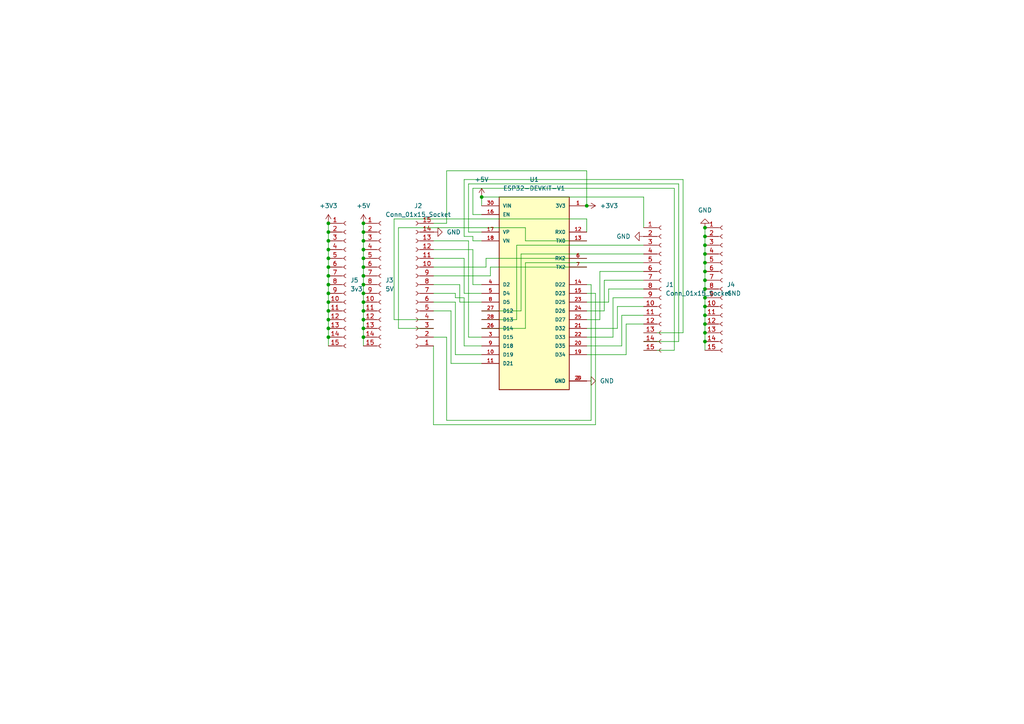
<source format=kicad_sch>
(kicad_sch (version 20231120) (generator "eeschema") (generator_version "8.0")
  (paper "A4")
  (lib_symbols
    (symbol "Connector:Conn_01x15_Socket" (pin_names (offset 1.016) hide)
      (property "Reference" "J" (at 0 20.32 0))
      (property "Value" "Conn_01x15_Socket" (at 0 -20.32 0))
      (symbol "Conn_01x15_Socket_1_1"
        (arc (start 0 -17.272) (mid -0.5058 -17.78) (end 0 -18.288) (stroke (width 0.1524)))
        (arc (start 0 -14.732) (mid -0.5058 -15.24) (end 0 -15.748) (stroke (width 0.1524)))
        (arc (start 0 -12.192) (mid -0.5058 -12.7) (end 0 -13.208) (stroke (width 0.1524)))
        (arc (start 0 -9.652) (mid -0.5058 -10.16) (end 0 -10.668) (stroke (width 0.1524)))
        (arc (start 0 -7.112) (mid -0.5058 -7.62) (end 0 -8.128) (stroke (width 0.1524)))
        (arc (start 0 -4.572) (mid -0.5058 -5.08) (end 0 -5.588) (stroke (width 0.1524)))
        (arc (start 0 -2.032) (mid -0.5058 -2.54) (end 0 -3.048) (stroke (width 0.1524)))
        (polyline (pts (xy -1.27 -17.78) (xy -0.508 -17.78)) (stroke (width 0.1524)))
        (polyline (pts (xy -1.27 -15.24) (xy -0.508 -15.24)) (stroke (width 0.1524)))
        (polyline (pts (xy -1.27 -12.7) (xy -0.508 -12.7)) (stroke (width 0.1524)))
        (polyline (pts (xy -1.27 -10.16) (xy -0.508 -10.16)) (stroke (width 0.1524)))
        (polyline (pts (xy -1.27 -7.62) (xy -0.508 -7.62)) (stroke (width 0.1524)))
        (polyline (pts (xy -1.27 -5.08) (xy -0.508 -5.08)) (stroke (width 0.1524)))
        (polyline (pts (xy -1.27 -2.54) (xy -0.508 -2.54)) (stroke (width 0.1524)))
        (polyline (pts (xy -1.27 0) (xy -0.508 0)) (stroke (width 0.1524)))
        (polyline (pts (xy -1.27 2.54) (xy -0.508 2.54)) (stroke (width 0.1524)))
        (polyline (pts (xy -1.27 5.08) (xy -0.508 5.08)) (stroke (width 0.1524)))
        (polyline (pts (xy -1.27 7.62) (xy -0.508 7.62)) (stroke (width 0.1524)))
        (polyline (pts (xy -1.27 10.16) (xy -0.508 10.16)) (stroke (width 0.1524)))
        (polyline (pts (xy -1.27 12.7) (xy -0.508 12.7)) (stroke (width 0.1524)))
        (polyline (pts (xy -1.27 15.24) (xy -0.508 15.24)) (stroke (width 0.1524)))
        (polyline (pts (xy -1.27 17.78) (xy -0.508 17.78)) (stroke (width 0.1524)))
        (arc (start 0 0.508) (mid -0.5058 0) (end 0 -0.508) (stroke (width 0.1524)))
        (arc (start 0 3.048) (mid -0.5058 2.54) (end 0 2.032) (stroke (width 0.1524)))
        (arc (start 0 5.588) (mid -0.5058 5.08) (end 0 4.572) (stroke (width 0.1524)))
        (arc (start 0 8.128) (mid -0.5058 7.62) (end 0 7.112) (stroke (width 0.1524)))
        (arc (start 0 10.668) (mid -0.5058 10.16) (end 0 9.652) (stroke (width 0.1524)))
        (arc (start 0 13.208) (mid -0.5058 12.7) (end 0 12.192) (stroke (width 0.1524)))
        (arc (start 0 15.748) (mid -0.5058 15.24) (end 0 14.732) (stroke (width 0.1524)))
        (arc (start 0 18.288) (mid -0.5058 17.78) (end 0 17.272) (stroke (width 0.1524)))
        (pin passive line (at -5.08 17.78 0) (length 3.81) (name "Pin_1") (number "1"))
        (pin passive line (at -5.08 -5.08 0) (length 3.81) (name "Pin_10") (number "10"))
        (pin passive line (at -5.08 -7.62 0) (length 3.81) (name "Pin_11") (number "11"))
        (pin passive line (at -5.08 -10.16 0) (length 3.81) (name "Pin_12") (number "12"))
        (pin passive line (at -5.08 -12.7 0) (length 3.81) (name "Pin_13") (number "13"))
        (pin passive line (at -5.08 -15.24 0) (length 3.81) (name "Pin_14") (number "14"))
        (pin passive line (at -5.08 -17.78 0) (length 3.81) (name "Pin_15") (number "15"))
        (pin passive line (at -5.08 15.24 0) (length 3.81) (name "Pin_2") (number "2"))
        (pin passive line (at -5.08 12.7 0) (length 3.81) (name "Pin_3") (number "3"))
        (pin passive line (at -5.08 10.16 0) (length 3.81) (name "Pin_4") (number "4"))
        (pin passive line (at -5.08 7.62 0) (length 3.81) (name "Pin_5") (number "5"))
        (pin passive line (at -5.08 5.08 0) (length 3.81) (name "Pin_6") (number "6"))
        (pin passive line (at -5.08 2.54 0) (length 3.81) (name "Pin_7") (number "7"))
        (pin passive line (at -5.08 0 0) (length 3.81) (name "Pin_8") (number "8"))
        (pin passive line (at -5.08 -2.54 0) (length 3.81) (name "Pin_9") (number "9"))
      )
    )
    (symbol "ESP32-DEVKIT-V1:ESP32-DEVKIT-V1" (pin_names (offset 1.016))
      (property "Reference" "U" (at -10.16 30.48 0))
      (property "Value" "ESP32-DEVKIT-V1" (at -10.16 -30.48 0))
      (symbol "ESP32-DEVKIT-V1_0_0"
        (rectangle (start -10.16 -27.94) (end 10.16 27.94) (stroke (width 0.254)) (fill (type background)))
        (pin output line (at 15.24 25.4 180) (length 5.08) (name "3V3") (number "1"))
        (pin bidirectional line (at -15.24 -17.78 0) (length 5.08) (name "D19") (number "10"))
        (pin bidirectional line (at -15.24 -20.32 0) (length 5.08) (name "D21") (number "11"))
        (pin input line (at 15.24 17.78 180) (length 5.08) (name "RX0") (number "12"))
        (pin output line (at 15.24 15.24 180) (length 5.08) (name "TX0") (number "13"))
        (pin bidirectional line (at 15.24 2.54 180) (length 5.08) (name "D22") (number "14"))
        (pin bidirectional line (at 15.24 0 180) (length 5.08) (name "D23") (number "15"))
        (pin input line (at -15.24 22.86 0) (length 5.08) (name "EN") (number "16"))
        (pin bidirectional line (at -15.24 17.78 0) (length 5.08) (name "VP") (number "17"))
        (pin bidirectional line (at -15.24 15.24 0) (length 5.08) (name "VN") (number "18"))
        (pin bidirectional line (at 15.24 -17.78 180) (length 5.08) (name "D34") (number "19"))
        (pin power_in line (at 15.24 -25.4 180) (length 5.08) (name "GND") (number "2"))
        (pin bidirectional line (at 15.24 -15.24 180) (length 5.08) (name "D35") (number "20"))
        (pin bidirectional line (at 15.24 -10.16 180) (length 5.08) (name "D32") (number "21"))
        (pin bidirectional line (at 15.24 -12.7 180) (length 5.08) (name "D33") (number "22"))
        (pin bidirectional line (at 15.24 -2.54 180) (length 5.08) (name "D25") (number "23"))
        (pin bidirectional line (at 15.24 -5.08 180) (length 5.08) (name "D26") (number "24"))
        (pin bidirectional line (at 15.24 -7.62 180) (length 5.08) (name "D27") (number "25"))
        (pin bidirectional line (at -15.24 -10.16 0) (length 5.08) (name "D14") (number "26"))
        (pin bidirectional line (at -15.24 -5.08 0) (length 5.08) (name "D12") (number "27"))
        (pin bidirectional line (at -15.24 -7.62 0) (length 5.08) (name "D13") (number "28"))
        (pin power_in line (at 15.24 -25.4 180) (length 5.08) (name "GND") (number "29"))
        (pin bidirectional line (at -15.24 -12.7 0) (length 5.08) (name "D15") (number "3"))
        (pin input line (at -15.24 25.4 0) (length 5.08) (name "VIN") (number "30"))
        (pin bidirectional line (at -15.24 2.54 0) (length 5.08) (name "D2") (number "4"))
        (pin bidirectional line (at -15.24 0 0) (length 5.08) (name "D4") (number "5"))
        (pin input line (at 15.24 10.16 180) (length 5.08) (name "RX2") (number "6"))
        (pin output line (at 15.24 7.62 180) (length 5.08) (name "TX2") (number "7"))
        (pin bidirectional line (at -15.24 -2.54 0) (length 5.08) (name "D5") (number "8"))
        (pin bidirectional line (at -15.24 -15.24 0) (length 5.08) (name "D18") (number "9"))
      )
    )
    (symbol "power:+3V3" (power) (pin_numbers hide) (pin_names (offset 0) hide)
      (property "Value" "+3V3" (at 0 3.556 0))
      (symbol "+3V3_0_1"
        (polyline (pts (xy -0.762 1.27) (xy 0 2.54)))
        (polyline (pts (xy 0 0) (xy 0 2.54)))
        (polyline (pts (xy 0 2.54) (xy 0.762 1.27)))
      )
      (symbol "+3V3_1_1"
        (pin power_in line (at 0 0 90) (length 0) (name "~") (number "1"))
      )
    )
    (symbol "power:+5V" (power) (pin_numbers hide) (pin_names (offset 0) hide)
      (property "Value" "+5V" (at 0 3.556 0))
      (symbol "+5V_0_1"
        (polyline (pts (xy -0.762 1.27) (xy 0 2.54)))
        (polyline (pts (xy 0 0) (xy 0 2.54)))
        (polyline (pts (xy 0 2.54) (xy 0.762 1.27)))
      )
      (symbol "+5V_1_1"
        (pin power_in line (at 0 0 90) (length 0) (name "~") (number "1"))
      )
    )
    (symbol "power:GND" (power) (pin_numbers hide) (pin_names (offset 0) hide)
      (property "Value" "GND" (at 0 -3.81 0))
      (symbol "GND_0_1"
        (polyline (pts (xy 0 0) (xy 0 -1.27) (xy 1.27 -1.27) (xy 0 -2.54) (xy -1.27 -1.27) (xy 0 -1.27)))
      )
      (symbol "GND_1_1"
        (pin power_in line (at 0 0 270) (length 0) (name "~") (number "1"))
      )
    )
  )
  (junction (at 204.47 88.9))
  (junction (at 105.41 72.39))
  (junction (at 95.25 74.93))
  (junction (at 95.25 77.47))
  (junction (at 95.25 64.77))
  (junction (at 95.25 72.39))
  (junction (at 95.25 67.31))
  (junction (at 95.25 97.79))
  (junction (at 95.25 80.01))
  (junction (at 204.47 86.36))
  (junction (at 95.25 92.71))
  (junction (at 105.41 67.31))
  (junction (at 105.41 85.09))
  (junction (at 204.47 68.58))
  (junction (at 204.47 78.74))
  (junction (at 105.41 74.93))
  (junction (at 204.47 76.2))
  (junction (at 95.25 90.17))
  (junction (at 105.41 92.71))
  (junction (at 204.47 71.12))
  (junction (at 105.41 95.25))
  (junction (at 105.41 77.47))
  (junction (at 105.41 82.55))
  (junction (at 105.41 87.63))
  (junction (at 204.47 73.66))
  (junction (at 95.25 82.55))
  (junction (at 105.41 69.85))
  (junction (at 105.41 97.79))
  (junction (at 95.25 87.63))
  (junction (at 204.47 99.06))
  (junction (at 95.25 85.09))
  (junction (at 204.47 93.98))
  (junction (at 105.41 80.01))
  (junction (at 204.47 66.04))
  (junction (at 95.25 69.85))
  (junction (at 204.47 91.44))
  (junction (at 170.18 59.69))
  (junction (at 105.41 64.77))
  (junction (at 139.7 57.15))
  (junction (at 95.25 95.25))
  (junction (at 204.47 83.82))
  (junction (at 105.41 90.17))
  (junction (at 204.47 81.28))
  (junction (at 204.47 96.52))
  (wire (pts (xy 149.86 71.12) (xy 186.69 71.12)))
  (wire (pts (xy 137.16 69.85) (xy 137.16 68.58)))
  (wire (pts (xy 95.25 90.17) (xy 95.25 92.71)))
  (wire (pts (xy 204.47 83.82) (xy 204.47 86.36)))
  (wire (pts (xy 196.85 99.06) (xy 186.69 99.06)))
  (wire (pts (xy 134.62 85.09) (xy 134.62 74.93)))
  (wire (pts (xy 137.16 62.23) (xy 137.16 54.61)))
  (wire (pts (xy 180.34 91.44) (xy 186.69 91.44)))
  (wire (pts (xy 130.81 90.17) (xy 125.73 90.17)))
  (wire (pts (xy 105.41 77.47) (xy 105.41 80.01)))
  (wire (pts (xy 179.07 88.9) (xy 186.69 88.9)))
  (wire (pts (xy 176.53 83.82) (xy 186.69 83.82)))
  (wire (pts (xy 105.41 80.01) (xy 105.41 82.55)))
  (wire (pts (xy 204.47 68.58) (xy 204.47 71.12)))
  (wire (pts (xy 135.89 97.79) (xy 135.89 69.85)))
  (wire (pts (xy 204.47 96.52) (xy 204.47 99.06)))
  (wire (pts (xy 132.08 102.87) (xy 132.08 87.63)))
  (wire (pts (xy 95.25 82.55) (xy 95.25 85.09)))
  (wire (pts (xy 105.41 64.77) (xy 105.41 67.31)))
  (wire (pts (xy 105.41 85.09) (xy 105.41 87.63)))
  (wire (pts (xy 95.25 87.63) (xy 95.25 90.17)))
  (wire (pts (xy 95.25 80.01) (xy 95.25 82.55)))
  (wire (pts (xy 170.18 95.25) (xy 179.07 95.25)))
  (wire (pts (xy 137.16 82.55) (xy 137.16 72.39)))
  (wire (pts (xy 139.7 97.79) (xy 135.89 97.79)))
  (wire (pts (xy 132.08 85.09) (xy 125.73 85.09)))
  (wire (pts (xy 195.58 54.61) (xy 195.58 101.6)))
  (wire (pts (xy 134.62 68.58) (xy 134.62 52.07)))
  (wire (pts (xy 139.7 92.71) (xy 149.86 92.71)))
  (wire (pts (xy 170.18 74.93) (xy 140.97 74.93)))
  (wire (pts (xy 204.47 81.28) (xy 204.47 83.82)))
  (wire (pts (xy 139.7 95.25) (xy 152.4 95.25)))
  (wire (pts (xy 204.47 88.9) (xy 204.47 91.44)))
  (wire (pts (xy 129.54 49.53) (xy 129.54 64.77)))
  (wire (pts (xy 139.7 105.41) (xy 130.81 105.41)))
  (wire (pts (xy 139.7 85.09) (xy 134.62 85.09)))
  (wire (pts (xy 142.24 80.01) (xy 125.73 80.01)))
  (wire (pts (xy 134.62 52.07) (xy 198.12 52.07)))
  (wire (pts (xy 105.41 69.85) (xy 105.41 72.39)))
  (wire (pts (xy 172.72 85.09) (xy 172.72 123.19)))
  (wire (pts (xy 196.85 53.34) (xy 196.85 99.06)))
  (wire (pts (xy 135.89 69.85) (xy 125.73 69.85)))
  (wire (pts (xy 134.62 74.93) (xy 125.73 74.93)))
  (wire (pts (xy 139.7 62.23) (xy 137.16 62.23)))
  (wire (pts (xy 95.25 69.85) (xy 95.25 72.39)))
  (wire (pts (xy 140.97 74.93) (xy 140.97 77.47)))
  (wire (pts (xy 105.41 87.63) (xy 105.41 90.17)))
  (wire (pts (xy 175.26 90.17) (xy 175.26 81.28)))
  (wire (pts (xy 204.47 91.44) (xy 204.47 93.98)))
  (wire (pts (xy 152.4 69.85) (xy 152.4 66.04)))
  (wire (pts (xy 95.25 77.47) (xy 95.25 80.01)))
  (wire (pts (xy 132.08 87.63) (xy 125.73 87.63)))
  (wire (pts (xy 130.81 105.41) (xy 130.81 90.17)))
  (wire (pts (xy 125.73 123.19) (xy 125.73 100.33)))
  (wire (pts (xy 135.89 53.34) (xy 196.85 53.34)))
  (wire (pts (xy 115.57 95.25) (xy 125.73 95.25)))
  (wire (pts (xy 137.16 68.58) (xy 134.62 68.58)))
  (wire (pts (xy 134.62 86.36) (xy 132.08 86.36)))
  (wire (pts (xy 149.86 92.71) (xy 149.86 71.12)))
  (wire (pts (xy 170.18 85.09) (xy 172.72 85.09)))
  (wire (pts (xy 170.18 69.85) (xy 152.4 69.85)))
  (wire (pts (xy 170.18 87.63) (xy 176.53 87.63)))
  (wire (pts (xy 137.16 72.39) (xy 125.73 72.39)))
  (wire (pts (xy 115.57 66.04) (xy 115.57 95.25)))
  (wire (pts (xy 173.99 78.74) (xy 186.69 78.74)))
  (wire (pts (xy 95.25 95.25) (xy 95.25 97.79)))
  (wire (pts (xy 139.7 69.85) (xy 137.16 69.85)))
  (wire (pts (xy 105.41 97.79) (xy 105.41 100.33)))
  (wire (pts (xy 171.45 82.55) (xy 171.45 121.92)))
  (wire (pts (xy 105.41 92.71) (xy 105.41 95.25)))
  (wire (pts (xy 133.35 82.55) (xy 125.73 82.55)))
  (wire (pts (xy 177.8 97.79) (xy 177.8 86.36)))
  (wire (pts (xy 173.99 92.71) (xy 173.99 78.74)))
  (wire (pts (xy 105.41 72.39) (xy 105.41 74.93)))
  (wire (pts (xy 139.7 87.63) (xy 133.35 87.63)))
  (wire (pts (xy 170.18 82.55) (xy 171.45 82.55)))
  (wire (pts (xy 129.54 121.92) (xy 129.54 97.79)))
  (wire (pts (xy 152.4 76.2) (xy 186.69 76.2)))
  (wire (pts (xy 170.18 49.53) (xy 129.54 49.53)))
  (wire (pts (xy 95.25 85.09) (xy 95.25 87.63)))
  (wire (pts (xy 139.7 90.17) (xy 151.13 90.17)))
  (wire (pts (xy 181.61 102.87) (xy 181.61 93.98)))
  (wire (pts (xy 139.7 102.87) (xy 132.08 102.87)))
  (wire (pts (xy 114.3 92.71) (xy 125.73 92.71)))
  (wire (pts (xy 139.7 57.15) (xy 186.69 57.15)))
  (wire (pts (xy 204.47 99.06) (xy 204.47 101.6)))
  (wire (pts (xy 139.7 59.69) (xy 139.7 57.15)))
  (wire (pts (xy 152.4 95.25) (xy 152.4 76.2)))
  (wire (pts (xy 172.72 123.19) (xy 125.73 123.19)))
  (wire (pts (xy 105.41 82.55) (xy 105.41 85.09)))
  (wire (pts (xy 129.54 97.79) (xy 125.73 97.79)))
  (wire (pts (xy 204.47 73.66) (xy 204.47 76.2)))
  (wire (pts (xy 171.45 121.92) (xy 129.54 121.92)))
  (wire (pts (xy 170.18 90.17) (xy 175.26 90.17)))
  (wire (pts (xy 142.24 77.47) (xy 170.18 77.47)))
  (wire (pts (xy 204.47 66.04) (xy 204.47 68.58)))
  (wire (pts (xy 105.41 95.25) (xy 105.41 97.79)))
  (wire (pts (xy 204.47 93.98) (xy 204.47 96.52)))
  (wire (pts (xy 139.7 67.31) (xy 135.89 67.31)))
  (wire (pts (xy 139.7 100.33) (xy 134.62 100.33)))
  (wire (pts (xy 114.3 63.5) (xy 114.3 92.71)))
  (wire (pts (xy 95.25 67.31) (xy 95.25 69.85)))
  (wire (pts (xy 204.47 78.74) (xy 204.47 81.28)))
  (wire (pts (xy 170.18 92.71) (xy 173.99 92.71)))
  (wire (pts (xy 134.62 100.33) (xy 134.62 86.36)))
  (wire (pts (xy 204.47 86.36) (xy 204.47 88.9)))
  (wire (pts (xy 170.18 63.5) (xy 114.3 63.5)))
  (wire (pts (xy 137.16 54.61) (xy 195.58 54.61)))
  (wire (pts (xy 105.41 74.93) (xy 105.41 77.47)))
  (wire (pts (xy 175.26 81.28) (xy 186.69 81.28)))
  (wire (pts (xy 151.13 73.66) (xy 186.69 73.66)))
  (wire (pts (xy 95.25 64.77) (xy 95.25 67.31)))
  (wire (pts (xy 95.25 92.71) (xy 95.25 95.25)))
  (wire (pts (xy 152.4 66.04) (xy 115.57 66.04)))
  (wire (pts (xy 95.25 74.93) (xy 95.25 77.47)))
  (wire (pts (xy 177.8 86.36) (xy 186.69 86.36)))
  (wire (pts (xy 135.89 67.31) (xy 135.89 53.34)))
  (wire (pts (xy 170.18 100.33) (xy 180.34 100.33)))
  (wire (pts (xy 105.41 67.31) (xy 105.41 69.85)))
  (wire (pts (xy 142.24 77.47) (xy 142.24 80.01)))
  (wire (pts (xy 186.69 57.15) (xy 186.69 66.04)))
  (wire (pts (xy 105.41 90.17) (xy 105.41 92.71)))
  (wire (pts (xy 198.12 96.52) (xy 186.69 96.52)))
  (wire (pts (xy 170.18 59.69) (xy 170.18 49.53)))
  (wire (pts (xy 170.18 102.87) (xy 181.61 102.87)))
  (wire (pts (xy 198.12 52.07) (xy 198.12 96.52)))
  (wire (pts (xy 139.7 82.55) (xy 137.16 82.55)))
  (wire (pts (xy 95.25 97.79) (xy 95.25 100.33)))
  (wire (pts (xy 179.07 95.25) (xy 179.07 88.9)))
  (wire (pts (xy 180.34 100.33) (xy 180.34 91.44)))
  (wire (pts (xy 176.53 87.63) (xy 176.53 83.82)))
  (wire (pts (xy 195.58 101.6) (xy 186.69 101.6)))
  (wire (pts (xy 151.13 90.17) (xy 151.13 73.66)))
  (wire (pts (xy 170.18 67.31) (xy 170.18 63.5)))
  (wire (pts (xy 170.18 97.79) (xy 177.8 97.79)))
  (wire (pts (xy 132.08 86.36) (xy 132.08 85.09)))
  (wire (pts (xy 133.35 87.63) (xy 133.35 82.55)))
  (wire (pts (xy 204.47 71.12) (xy 204.47 73.66)))
  (wire (pts (xy 129.54 64.77) (xy 125.73 64.77)))
  (wire (pts (xy 204.47 76.2) (xy 204.47 78.74)))
  (wire (pts (xy 181.61 93.98) (xy 186.69 93.98)))
  (wire (pts (xy 95.25 72.39) (xy 95.25 74.93)))
  (wire (pts (xy 140.97 77.47) (xy 125.73 77.47)))
  (symbol (lib_id "power:+3V3") (at 170.18 59.69 270) (unit 1)
    (property "Reference" "#PWR06" (effects (hide yes)))
    (property "Value" "+3V3" (at 173.99 59.6899 90) (effects (justify left)))
    (property "Description" "Power symbol creates a global label with name \"+3V3\"" (effects (hide yes)))
  )
  (symbol (lib_id "Connector:Conn_01x15_Socket") (at 100.33 82.55 0) (unit 1)
    (property "Reference" "J5" (at 101.6 81.2799 0) (effects (justify left)))
    (property "Value" "3v3" (at 101.6 83.8199 0) (effects (justify left)))
    (property "Footprint" "Connector_PinHeader_2.54mm:PinHeader_1x15_P2.54mm_Vertical" (effects (hide yes)))
    (property "Description" "Generic connector, single row, 01x15, script generated" (effects (hide yes)))
  )
  (symbol (lib_id "power:+5V") (at 105.41 64.77 0) (unit 1)
    (property "Reference" "#PWR07" (effects (hide yes)))
    (property "Value" "+5V" (at 105.41 59.69 0))
    (property "Description" "Power symbol creates a global label with name \"+5V\"" (effects (hide yes)))
  )
  (symbol (lib_id "Connector:Conn_01x15_Socket") (at 110.49 82.55 0) (unit 1)
    (property "Reference" "J3" (at 111.76 81.2799 0) (effects (justify left)))
    (property "Value" "5V" (at 111.76 83.8199 0) (effects (justify left)))
    (property "Footprint" "Connector_PinHeader_2.54mm:PinHeader_1x15_P2.54mm_Vertical" (effects (hide yes)))
    (property "Description" "Generic connector, single row, 01x15, script generated" (effects (hide yes)))
  )
  (symbol (lib_id "Connector:Conn_01x15_Socket") (at 120.65 82.55 180) (unit 1)
    (property "Reference" "J2" (at 121.285 59.69 0))
    (property "Value" "Conn_01x15_Socket" (at 121.285 62.23 0))
    (property "Footprint" "Connector_PinHeader_2.54mm:PinHeader_1x15_P2.54mm_Vertical" (effects (hide yes)))
    (property "Description" "Generic connector, single row, 01x15, script generated" (effects (hide yes)))
  )
  (symbol (lib_id "power:GND") (at 204.47 66.04 180) (unit 1)
    (property "Reference" "#PWR04" (effects (hide yes)))
    (property "Value" "GND" (at 204.47 60.96 0))
    (property "Description" "Power symbol creates a global label with name \"GND\" , ground" (effects (hide yes)))
  )
  (symbol (lib_id "Connector:Conn_01x15_Socket") (at 209.55 83.82 0) (unit 1)
    (property "Reference" "J4" (at 210.82 82.5499 0) (effects (justify left)))
    (property "Value" "GND" (at 210.82 85.0899 0) (effects (justify left)))
    (property "Footprint" "Connector_PinHeader_2.54mm:PinHeader_1x15_P2.54mm_Vertical" (effects (hide yes)))
    (property "Description" "Generic connector, single row, 01x15, script generated" (effects (hide yes)))
  )
  (symbol (lib_id "power:GND") (at 125.73 67.31 90) (unit 1)
    (property "Reference" "#PWR01" (effects (hide yes)))
    (property "Value" "GND" (at 129.54 67.3099 90) (effects (justify right)))
    (property "Description" "Power symbol creates a global label with name \"GND\" , ground" (effects (hide yes)))
  )
  (symbol (lib_id "Connector:Conn_01x15_Socket") (at 191.77 83.82 0) (unit 1)
    (property "Reference" "J1" (at 193.04 82.5499 0) (effects (justify left)))
    (property "Value" "Conn_01x15_Socket" (at 193.04 85.0899 0) (effects (justify left)))
    (property "Footprint" "Connector_PinHeader_2.54mm:PinHeader_1x15_P2.54mm_Vertical" (effects (hide yes)))
    (property "Description" "Generic connector, single row, 01x15, script generated" (effects (hide yes)))
  )
  (symbol (lib_id "power:GND") (at 186.69 68.58 270) (unit 1)
    (property "Reference" "#PWR03" (effects (hide yes)))
    (property "Value" "GND" (at 182.88 68.5799 90) (effects (justify right)))
    (property "Description" "Power symbol creates a global label with name \"GND\" , ground" (effects (hide yes)))
  )
  (symbol (lib_id "ESP32-DEVKIT-V1:ESP32-DEVKIT-V1") (at 154.94 85.09 0) (unit 1)
    (property "Reference" "U1" (at 154.94 52.07 0))
    (property "Value" "ESP32-DEVKIT-V1" (at 154.94 54.61 0))
    (property "Footprint" "ESP32-DEVKIT-V1:MODULE_ESP32_DEVKIT_V1" (effects (hide yes)))
    (property "STANDARD" "Manufacturer Recommendations" (effects (hide yes)))
    (property "MAXIMUM_PACKAGE_HEIGHT" "6.8 mm" (effects (hide yes)))
    (property "MANUFACTURER" "DOIT" (effects (hide yes)))
    (property "PARTREV" "N/A" (effects (hide yes)))
  )
  (symbol (lib_id "power:+5V") (at 139.7 57.15 0) (unit 1)
    (property "Reference" "#PWR08" (effects (hide yes)))
    (property "Value" "+5V" (at 139.7 52.07 0))
    (property "Description" "Power symbol creates a global label with name \"+5V\"" (effects (hide yes)))
  )
  (symbol (lib_id "power:+3V3") (at 95.25 64.77 0) (unit 1)
    (property "Reference" "#PWR05" (effects (hide yes)))
    (property "Value" "+3V3" (at 95.25 59.69 0))
    (property "Description" "Power symbol creates a global label with name \"+3V3\"" (effects (hide yes)))
  )
  (symbol (lib_id "power:GND") (at 170.18 110.49 90) (unit 1)
    (property "Reference" "#PWR02" (effects (hide yes)))
    (property "Value" "GND" (at 173.99 110.4899 90) (effects (justify right)))
    (property "Description" "Power symbol creates a global label with name \"GND\" , ground" (effects (hide yes)))
  )
)
</source>
